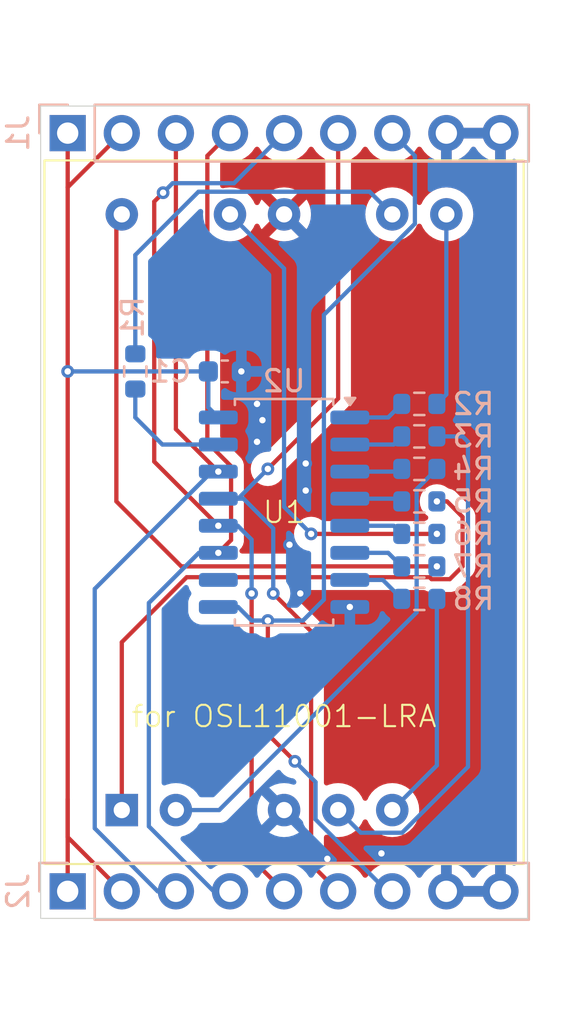
<source format=kicad_pcb>
(kicad_pcb (version 20240108) (generator "pcbnew") (generator_version "8.0")
  (layers (0 "F.Cu" signal) (31 "B.Cu" signal) (34 "B.Paste" user) (35 "F.Paste" user) (36 "B.SilkS" user "B.Silkscreen") (37 "F.SilkS" user "F.Silkscreen") (38 "B.Mask" user) (39 "F.Mask" user) (44 "Edge.Cuts" user))
  (net 0 "")
  (net 1 "GND")
  (net 2 "VCC")
  (net 3 "Net-(J1-Pin_5)")
  (net 4 "Net-(J1-Pin_6)")
  (net 5 "Net-(J1-Pin_7)")
  (net 6 "Net-(J1-Pin_3)")
  (net 7 "Net-(J1-Pin_4)")
  (net 8 "Net-(U2-QA)")
  (net 9 "Net-(U1-A)")
  (net 10 "Net-(U2-QB)")
  (net 11 "Net-(U1-B)")
  (net 12 "Net-(U1-C)")
  (net 13 "Net-(U2-QC)")
  (net 14 "Net-(U1-D)")
  (net 15 "Net-(U2-QD)")
  (net 16 "Net-(U2-QE)")
  (net 17 "Net-(U1-E)")
  (net 18 "Net-(U2-QF)")
  (net 19 "Net-(U1-F)")
  (net 20 "Net-(U2-QG)")
  (net 21 "Net-(U1-G)")
  (net 22 "Net-(U2-QH)")
  (net 23 "Net-(U1-DP)")
  (footprint "Footprints:OSL11001" (layer "F.Cu") (at 152.4 101.6)
    (property "Reference" "U1" (at 0 0 0) (layer "F.SilkS") (effects (font (thickness 0.1))))
    (property "Value" "~")
    (fp_rect (start -11.25 -16.5) (end 11.25 16.5) (stroke (width 0.1)) (fill none) (layer "F.SilkS"))
    (pad "1" thru_hole rect (at -7.62 13.97) (size 1.524 1.524) (drill 0.762) (layers "*.Cu" "*.Mask") (net 17 "Net-(U1-E)"))
    (pad "2" thru_hole circle (at -5.08 13.97) (size 1.524 1.524) (drill 0.762) (layers "*.Cu" "*.Mask") (net 14 "Net-(U1-D)"))
    (pad "4" thru_hole circle (at 0 13.97) (size 1.524 1.524) (drill 0.762) (layers "*.Cu" "*.Mask") (net 1 "GND"))
    (pad "5" thru_hole circle (at 2.54 13.97) (size 1.524 1.524) (drill 0.762) (layers "*.Cu" "*.Mask") (net 12 "Net-(U1-C)"))
    (pad "6" thru_hole circle (at 5.08 13.97) (size 1.524 1.524) (drill 0.762) (layers "*.Cu" "*.Mask") (net 23 "Net-(U1-DP)"))
    (pad "8" thru_hole circle (at 7.62 -13.97) (size 1.524 1.524) (drill 0.762) (layers "*.Cu" "*.Mask") (net 11 "Net-(U1-B)"))
    (pad "9" thru_hole circle (at 5.08 -13.97) (size 1.524 1.524) (drill 0.762) (layers "*.Cu" "*.Mask") (net 9 "Net-(U1-A)"))
    (pad "11" thru_hole circle (at 0 -13.97) (size 1.524 1.524) (drill 0.762) (layers "*.Cu" "*.Mask") (net 1 "GND"))
    (pad "12" thru_hole circle (at -2.54 -13.97) (size 1.524 1.524) (drill 0.762) (layers "*.Cu" "*.Mask") (net 19 "Net-(U1-F)"))
    (pad "14" thru_hole circle (at -7.62 -13.97) (size 1.524 1.524) (drill 0.762) (layers "*.Cu" "*.Mask") (net 21 "Net-(U1-G)"))
  )
  (footprint "Resistor_SMD:R_0603_1608Metric" (layer "B.Cu") (at 158.75 104.14)
    (property "Reference" "R7" (at 2.54 0 0) (layer "B.SilkS") (effects (justify mirror)))
    (property "Value" "R")
    (fp_line (start 0.237258 -0.5225) (end -0.237258 -0.5225) (stroke (width 0.12)) (layer "B.SilkS"))
    (fp_line (start 0.237258 0.5225) (end -0.237258 0.5225) (stroke (width 0.12)) (layer "B.SilkS"))
    (pad "1" smd roundrect (at -0.825 0) (size 0.8 0.95) (layers "B.Cu" "B.Paste" "B.Mask") (net 20 "Net-(U2-QG)"))
    (pad "2" smd roundrect (at 0.825 0) (size 0.8 0.95) (layers "B.Cu" "B.Paste" "B.Mask") (net 21 "Net-(U1-G)"))
  )
  (footprint "Connector_PinHeader_2.54mm:PinHeader_1x09_P2.54mm_Vertical" (layer "B.Cu") (at 142.24 119.38 -90)
    (property "Reference" "J2" (at 0 2.33 90) (layer "B.SilkS") (effects (justify mirror)))
    (property "Value" "Conn_01x09_Pin")
    (fp_line (start -1.33 1.33) (end -1.33 0) (stroke (width 0.12)) (layer "B.SilkS"))
    (fp_line (start 0 1.33) (end -1.33 1.33) (stroke (width 0.12)) (layer "B.SilkS"))
    (fp_line (start 1.33 -1.27) (end -1.33 -1.27) (stroke (width 0.12)) (layer "B.SilkS"))
    (fp_line (start -1.33 -21.65) (end -1.33 -1.27) (stroke (width 0.12)) (layer "B.SilkS"))
    (fp_line (start 1.33 -21.65) (end 1.33 -1.27) (stroke (width 0.12)) (layer "B.SilkS"))
    (fp_line (start 1.33 -21.65) (end -1.33 -21.65) (stroke (width 0.12)) (layer "B.SilkS"))
    (pad "1" thru_hole rect (at 0 0 270) (size 1.7 1.7) (drill 1) (layers "*.Cu" "*.Mask") (net 2 "VCC"))
    (pad "2" thru_hole oval (at 0 -2.54 270) (size 1.7 1.7) (drill 1) (layers "*.Cu" "*.Mask") (net 2 "VCC"))
    (pad "3" thru_hole oval (at 0 -5.08 270) (size 1.7 1.7) (drill 1) (layers "*.Cu" "*.Mask") (net 6 "Net-(J1-Pin_3)"))
    (pad "4" thru_hole oval (at 0 -7.62 270) (size 1.7 1.7) (drill 1) (layers "*.Cu" "*.Mask") (net 7 "Net-(J1-Pin_4)"))
    (pad "5" thru_hole oval (at 0 -10.16 270) (size 1.7 1.7) (drill 1) (layers "*.Cu" "*.Mask") (net 3 "Net-(J1-Pin_5)"))
    (pad "6" thru_hole oval (at 0 -12.7 270) (size 1.7 1.7) (drill 1) (layers "*.Cu" "*.Mask") (net 4 "Net-(J1-Pin_6)"))
    (pad "7" thru_hole oval (at 0 -15.24 270) (size 1.7 1.7) (drill 1) (layers "*.Cu" "*.Mask") (net 5 "Net-(J1-Pin_7)"))
    (pad "8" thru_hole oval (at 0 -17.78 270) (size 1.7 1.7) (drill 1) (layers "*.Cu" "*.Mask") (net 1 "GND"))
    (pad "9" thru_hole oval (at 0 -20.32 270) (size 1.7 1.7) (drill 1) (layers "*.Cu" "*.Mask") (net 1 "GND"))
  )
  (footprint "Resistor_SMD:R_0603_1608Metric" (layer "B.Cu") (at 145.415 94.996 90)
    (property "Reference" "R1" (at 2.54 -0.127 90) (layer "B.SilkS") (effects (justify mirror)))
    (property "Value" "R")
    (fp_line (start 0.237258 -0.5225) (end -0.237258 -0.5225) (stroke (width 0.12)) (layer "B.SilkS"))
    (fp_line (start 0.237258 0.5225) (end -0.237258 0.5225) (stroke (width 0.12)) (layer "B.SilkS"))
    (pad "1" smd roundrect (at -0.825 0 90) (size 0.8 0.95) (layers "B.Cu" "B.Paste" "B.Mask") (net 8 "Net-(U2-QA)"))
    (pad "2" smd roundrect (at 0.825 0 90) (size 0.8 0.95) (layers "B.Cu" "B.Paste" "B.Mask") (net 9 "Net-(U1-A)"))
  )
  (footprint "Resistor_SMD:R_0603_1608Metric" (layer "B.Cu") (at 158.75 99.568)
    (property "Reference" "R4" (at 2.54 0 0) (layer "B.SilkS") (effects (justify mirror)))
    (property "Value" "R")
    (fp_line (start 0.237258 -0.5225) (end -0.237258 -0.5225) (stroke (width 0.12)) (layer "B.SilkS"))
    (fp_line (start 0.237258 0.5225) (end -0.237258 0.5225) (stroke (width 0.12)) (layer "B.SilkS"))
    (pad "1" smd roundrect (at -0.825 0) (size 0.8 0.95) (layers "B.Cu" "B.Paste" "B.Mask") (net 15 "Net-(U2-QD)"))
    (pad "2" smd roundrect (at 0.825 0) (size 0.8 0.95) (layers "B.Cu" "B.Paste" "B.Mask") (net 14 "Net-(U1-D)"))
  )
  (footprint "Package_SO:SOP-16_4.4x10.4mm_P1.27mm" (layer "B.Cu") (at 152.4 101.6 180)
    (property "Reference" "U2" (at 0 6.15 0) (layer "B.SilkS") (effects (justify mirror)))
    (property "Value" "74HC595")
    (fp_line (start 2.31 5.31) (end 0 5.31) (stroke (width 0.12)) (layer "B.SilkS"))
    (fp_line (start 2.31 5.03) (end 2.31 5.31) (stroke (width 0.12)) (layer "B.SilkS"))
    (fp_line (start 2.31 -5.03) (end 2.31 -5.31) (stroke (width 0.12)) (layer "B.SilkS"))
    (fp_line (start 2.31 -5.31) (end 0 -5.31) (stroke (width 0.12)) (layer "B.SilkS"))
    (fp_line (start -2.31 5.31) (end 0 5.31) (stroke (width 0.12)) (layer "B.SilkS"))
    (fp_line (start -2.31 5.03) (end -2.31 5.31) (stroke (width 0.12)) (layer "B.SilkS"))
    (fp_line (start -2.31 -5.03) (end -2.31 -5.31) (stroke (width 0.12)) (layer "B.SilkS"))
    (fp_line (start -2.31 -5.31) (end 0 -5.31) (stroke (width 0.12)) (layer "B.SilkS"))
    (fp_poly (pts (xy -3.1 5.03) (xy -3.34 5.36) (xy -2.86 5.36) (xy -3.1 5.03)) (stroke (width 0.12)) (fill solid) (layer "B.SilkS"))
    (pad "1" smd roundrect (at -3.0875 4.445 180) (size 1.825 0.65) (layers "B.Cu" "B.Paste" "B.Mask") (net 10 "Net-(U2-QB)"))
    (pad "2" smd roundrect (at -3.0875 3.175 180) (size 1.825 0.65) (layers "B.Cu" "B.Paste" "B.Mask") (net 13 "Net-(U2-QC)"))
    (pad "3" smd roundrect (at -3.0875 1.905 180) (size 1.825 0.65) (layers "B.Cu" "B.Paste" "B.Mask") (net 15 "Net-(U2-QD)"))
    (pad "4" smd roundrect (at -3.0875 0.635 180) (size 1.825 0.65) (layers "B.Cu" "B.Paste" "B.Mask") (net 16 "Net-(U2-QE)"))
    (pad "5" smd roundrect (at -3.0875 -0.635 180) (size 1.825 0.65) (layers "B.Cu" "B.Paste" "B.Mask") (net 18 "Net-(U2-QF)"))
    (pad "6" smd roundrect (at -3.0875 -1.905 180) (size 1.825 0.65) (layers "B.Cu" "B.Paste" "B.Mask") (net 20 "Net-(U2-QG)"))
    (pad "7" smd roundrect (at -3.0875 -3.175 180) (size 1.825 0.65) (layers "B.Cu" "B.Paste" "B.Mask") (net 22 "Net-(U2-QH)"))
    (pad "8" smd roundrect (at -3.0875 -4.445 180) (size 1.825 0.65) (layers "B.Cu" "B.Paste" "B.Mask") (net 1 "GND"))
    (pad "9" smd roundrect (at 3.0875 -4.445 180) (size 1.825 0.65) (layers "B.Cu" "B.Paste" "B.Mask") (net 5 "Net-(J1-Pin_7)"))
    (pad "10" smd roundrect (at 3.0875 -3.175 180) (size 1.825 0.65) (layers "B.Cu" "B.Paste" "B.Mask"))
    (pad "11" smd roundrect (at 3.0875 -1.905 180) (size 1.825 0.65) (layers "B.Cu" "B.Paste" "B.Mask") (net 7 "Net-(J1-Pin_4)"))
    (pad "12" smd roundrect (at 3.0875 -0.635 180) (size 1.825 0.65) (layers "B.Cu" "B.Paste" "B.Mask") (net 3 "Net-(J1-Pin_5)"))
    (pad "13" smd roundrect (at 3.0875 0.635 180) (size 1.825 0.65) (layers "B.Cu" "B.Paste" "B.Mask") (net 4 "Net-(J1-Pin_6)"))
    (pad "14" smd roundrect (at 3.0875 1.905 180) (size 1.825 0.65) (layers "B.Cu" "B.Paste" "B.Mask") (net 6 "Net-(J1-Pin_3)"))
    (pad "15" smd roundrect (at 3.0875 3.175 180) (size 1.825 0.65) (layers "B.Cu" "B.Paste" "B.Mask") (net 8 "Net-(U2-QA)"))
    (pad "16" smd roundrect (at 3.0875 4.445 180) (size 1.825 0.65) (layers "B.Cu" "B.Paste" "B.Mask") (net 2 "VCC"))
  )
  (footprint "Resistor_SMD:R_0603_1608Metric" (layer "B.Cu") (at 158.75 98.044)
    (property "Reference" "R3" (at 2.54 0 0) (layer "B.SilkS") (effects (justify mirror)))
    (property "Value" "R")
    (fp_line (start 0.237258 -0.5225) (end -0.237258 -0.5225) (stroke (width 0.12)) (layer "B.SilkS"))
    (fp_line (start 0.237258 0.5225) (end -0.237258 0.5225) (stroke (width 0.12)) (layer "B.SilkS"))
    (pad "1" smd roundrect (at -0.825 0) (size 0.8 0.95) (layers "B.Cu" "B.Paste" "B.Mask") (net 13 "Net-(U2-QC)"))
    (pad "2" smd roundrect (at 0.825 0) (size 0.8 0.95) (layers "B.Cu" "B.Paste" "B.Mask") (net 12 "Net-(U1-C)"))
  )
  (footprint "Resistor_SMD:R_0603_1608Metric" (layer "B.Cu") (at 158.75 102.616)
    (property "Reference" "R6" (at 2.54 0 0) (layer "B.SilkS") (effects (justify mirror)))
    (property "Value" "R")
    (fp_line (start 0.237258 -0.5225) (end -0.237258 -0.5225) (stroke (width 0.12)) (layer "B.SilkS"))
    (fp_line (start 0.237258 0.5225) (end -0.237258 0.5225) (stroke (width 0.12)) (layer "B.SilkS"))
    (pad "1" smd roundrect (at -0.825 0) (size 0.8 0.95) (layers "B.Cu" "B.Paste" "B.Mask") (net 18 "Net-(U2-QF)"))
    (pad "2" smd roundrect (at 0.825 0) (size 0.8 0.95) (layers "B.Cu" "B.Paste" "B.Mask") (net 19 "Net-(U1-F)"))
  )
  (footprint "Connector_PinHeader_2.54mm:PinHeader_1x09_P2.54mm_Vertical" (layer "B.Cu") (at 142.24 83.82 -90)
    (property "Reference" "J1" (at 0 2.33 90) (layer "B.SilkS") (effects (justify mirror)))
    (property "Value" "Conn_01x09_Pin")
    (fp_line (start -1.33 1.33) (end -1.33 0) (stroke (width 0.12)) (layer "B.SilkS"))
    (fp_line (start 0 1.33) (end -1.33 1.33) (stroke (width 0.12)) (layer "B.SilkS"))
    (fp_line (start 1.33 -1.27) (end -1.33 -1.27) (stroke (width 0.12)) (layer "B.SilkS"))
    (fp_line (start -1.33 -21.65) (end -1.33 -1.27) (stroke (width 0.12)) (layer "B.SilkS"))
    (fp_line (start 1.33 -21.65) (end 1.33 -1.27) (stroke (width 0.12)) (layer "B.SilkS"))
    (fp_line (start 1.33 -21.65) (end -1.33 -21.65) (stroke (width 0.12)) (layer "B.SilkS"))
    (pad "1" thru_hole rect (at 0 0 270) (size 1.7 1.7) (drill 1) (layers "*.Cu" "*.Mask") (net 2 "VCC"))
    (pad "2" thru_hole oval (at 0 -2.54 270) (size 1.7 1.7) (drill 1) (layers "*.Cu" "*.Mask") (net 2 "VCC"))
    (pad "3" thru_hole oval (at 0 -5.08 270) (size 1.7 1.7) (drill 1) (layers "*.Cu" "*.Mask") (net 6 "Net-(J1-Pin_3)"))
    (pad "4" thru_hole oval (at 0 -7.62 270) (size 1.7 1.7) (drill 1) (layers "*.Cu" "*.Mask") (net 7 "Net-(J1-Pin_4)"))
    (pad "5" thru_hole oval (at 0 -10.16 270) (size 1.7 1.7) (drill 1) (layers "*.Cu" "*.Mask") (net 3 "Net-(J1-Pin_5)"))
    (pad "6" thru_hole oval (at 0 -12.7 270) (size 1.7 1.7) (drill 1) (layers "*.Cu" "*.Mask") (net 4 "Net-(J1-Pin_6)"))
    (pad "7" thru_hole oval (at 0 -15.24 270) (size 1.7 1.7) (drill 1) (layers "*.Cu" "*.Mask") (net 5 "Net-(J1-Pin_7)"))
    (pad "8" thru_hole oval (at 0 -17.78 270) (size 1.7 1.7) (drill 1) (layers "*.Cu" "*.Mask") (net 1 "GND"))
    (pad "9" thru_hole oval (at 0 -20.32 270) (size 1.7 1.7) (drill 1) (layers "*.Cu" "*.Mask") (net 1 "GND"))
  )
  (footprint "Resistor_SMD:R_0603_1608Metric" (layer "B.Cu") (at 158.75 96.52)
    (property "Reference" "R2" (at 2.54 0 0) (layer "B.SilkS") (effects (justify mirror)))
    (property "Value" "R")
    (fp_line (start 0.237258 -0.5225) (end -0.237258 -0.5225) (stroke (width 0.12)) (layer "B.SilkS"))
    (fp_line (start 0.237258 0.5225) (end -0.237258 0.5225) (stroke (width 0.12)) (layer "B.SilkS"))
    (pad "1" smd roundrect (at -0.825 0) (size 0.8 0.95) (layers "B.Cu" "B.Paste" "B.Mask") (net 10 "Net-(U2-QB)"))
    (pad "2" smd roundrect (at 0.825 0) (size 0.8 0.95) (layers "B.Cu" "B.Paste" "B.Mask") (net 11 "Net-(U1-B)"))
  )
  (footprint "Resistor_SMD:R_0603_1608Metric" (layer "B.Cu") (at 158.75 101.092)
    (property "Reference" "R5" (at 2.54 0 0) (layer "B.SilkS") (effects (justify mirror)))
    (property "Value" "R")
    (fp_line (start 0.237258 -0.5225) (end -0.237258 -0.5225) (stroke (width 0.12)) (layer "B.SilkS"))
    (fp_line (start 0.237258 0.5225) (end -0.237258 0.5225) (stroke (width 0.12)) (layer "B.SilkS"))
    (pad "1" smd roundrect (at -0.825 0) (size 0.8 0.95) (layers "B.Cu" "B.Paste" "B.Mask") (net 16 "Net-(U2-QE)"))
    (pad "2" smd roundrect (at 0.825 0) (size 0.8 0.95) (layers "B.Cu" "B.Paste" "B.Mask") (net 17 "Net-(U1-E)"))
  )
  (footprint "Resistor_SMD:R_0603_1608Metric" (layer "B.Cu") (at 158.75 105.664)
    (property "Reference" "R8" (at 2.54 0 0) (layer "B.SilkS") (effects (justify mirror)))
    (property "Value" "R")
    (fp_line (start 0.237258 -0.5225) (end -0.237258 -0.5225) (stroke (width 0.12)) (layer "B.SilkS"))
    (fp_line (start 0.237258 0.5225) (end -0.237258 0.5225) (stroke (width 0.12)) (layer "B.SilkS"))
    (pad "1" smd roundrect (at -0.825 0) (size 0.8 0.95) (layers "B.Cu" "B.Paste" "B.Mask") (net 22 "Net-(U2-QH)"))
    (pad "2" smd roundrect (at 0.825 0) (size 0.8 0.95) (layers "B.Cu" "B.Paste" "B.Mask") (net 23 "Net-(U1-DP)"))
  )
  (footprint "Capacitor_SMD:C_0603_1608Metric" (layer "B.Cu") (at 149.619 94.996)
    (property "Reference" "C1" (at -2.553 0 0) (layer "B.SilkS") (effects (justify mirror)))
    (property "Value" "C")
    (fp_line (start 0.14058 -0.51) (end -0.14058 -0.51) (stroke (width 0.12)) (layer "B.SilkS"))
    (fp_line (start 0.14058 0.51) (end -0.14058 0.51) (stroke (width 0.12)) (layer "B.SilkS"))
    (pad "1" smd roundrect (at -0.775 0) (size 0.9 0.95) (layers "B.Cu" "B.Paste" "B.Mask") (net 2 "VCC"))
    (pad "2" smd roundrect (at 0.775 0) (size 0.9 0.95) (layers "B.Cu" "B.Paste" "B.Mask") (net 1 "GND"))
  )
  (gr_rect (start 140.97 82.55) (end 163.83 120.65) (stroke (width 0.05)) (fill none) (layer "Edge.Cuts"))
  (gr_text "for OSL11001-LRA" (at 152.4 111.76 0) (layer "F.SilkS") (effects (font (size 1 1) (thickness 0.1)) (justify bottom)))
  (via (at 153.162 105.41) (size 0.6) (drill 0.3) (layers "F.Cu" "B.Cu") (net 1))
  (via (at 154.432 117.856) (size 0.6) (drill 0.3) (layers "F.Cu" "B.Cu") (net 1))
  (via (at 150.394 94.996) (size 0.6) (drill 0.3) (layers "F.Cu" "B.Cu") (net 1))
  (via (at 151.13 96.52) (size 0.6) (drill 0.3) (layers "F.Cu" "B.Cu") (net 1))
  (via (at 153.416 99.314) (size 0.6) (drill 0.3) (layers "F.Cu" "B.Cu") (net 1))
  (via (at 151.13 98.298) (size 0.6) (drill 0.3) (layers "F.Cu" "B.Cu") (net 1))
  (via (at 156.972 117.602) (size 0.6) (drill 0.3) (layers "F.Cu" "B.Cu") (net 1))
  (via (at 153.416 100.584) (size 0.6) (drill 0.3) (layers "F.Cu" "B.Cu") (net 1))
  (via (at 151.384 97.282) (size 0.6) (drill 0.3) (layers "F.Cu" "B.Cu") (net 1))
  (via (at 155.4875 106.045) (size 0.6) (drill 0.3) (layers "F.Cu" "B.Cu") (net 1))
  (via (at 152.654 103.124) (size 0.6) (drill 0.3) (layers "F.Cu" "B.Cu") (net 1))
  (segment (start 142.24 86.36) (end 142.24 115.062) (width 0.2) (layer "F.Cu") (net 2))
  (segment (start 142.24 116.84) (end 142.24 115.062) (width 0.2) (layer "F.Cu") (net 2))
  (segment (start 144.78 119.38) (end 142.24 116.84) (width 0.2) (layer "F.Cu") (net 2))
  (segment (start 144.78 83.82) (end 142.24 86.36) (width 0.2) (layer "F.Cu") (net 2))
  (segment (start 142.24 83.82) (end 142.24 86.36) (width 0.2) (layer "F.Cu") (net 2))
  (segment (start 142.24 115.062) (end 142.24 119.38) (width 0.2) (layer "F.Cu") (net 2))
  (via (at 142.24 94.996) (size 0.6) (drill 0.3) (layers "F.Cu" "B.Cu") (net 2))
  (segment (start 148.844 94.996) (end 142.24 94.996) (width 0.2) (layer "B.Cu") (net 2))
  (segment (start 148.844 96.6865) (end 148.844 94.996) (width 0.2) (layer "B.Cu") (net 2))
  (segment (start 149.3125 97.155) (end 148.844 96.6865) (width 0.2) (layer "B.Cu") (net 2))
  (segment (start 146.72 86.614) (end 146.304 87.03) (width 0.2) (layer "F.Cu") (net 3))
  (segment (start 150.876 117.856) (end 152.4 119.38) (width 0.2) (layer "F.Cu") (net 3))
  (segment (start 150.876 105.41) (end 150.876 117.856) (width 0.2) (layer "F.Cu") (net 3))
  (segment (start 146.304 87.03) (end 146.304 99.2265) (width 0.2) (layer "F.Cu") (net 3))
  (segment (start 146.304 99.2265) (end 149.3125 102.235) (width 0.2) (layer "F.Cu") (net 3))
  (via (at 150.876 105.41) (size 0.6) (drill 0.3) (layers "F.Cu" "B.Cu") (net 3))
  (via (at 149.3125 102.235) (size 0.6) (drill 0.3) (layers "F.Cu" "B.Cu") (net 3))
  (via (at 146.72 86.614) (size 0.6) (drill 0.3) (layers "F.Cu" "B.Cu") (net 3))
  (segment (start 149.3125 102.235) (end 150.224999 102.235) (width 0.2) (layer "B.Cu") (net 3))
  (segment (start 150.224999 102.235) (end 150.876 102.886001) (width 0.2) (layer "B.Cu") (net 3))
  (segment (start 150.876 102.886001) (end 150.876 105.41) (width 0.2) (layer "B.Cu") (net 3))
  (segment (start 146.72 86.614) (end 147.166 86.168) (width 0.2) (layer "B.Cu") (net 3))
  (segment (start 147.166 86.168) (end 150.052 86.168) (width 0.2) (layer "B.Cu") (net 3))
  (segment (start 150.052 86.168) (end 152.4 83.82) (width 0.2) (layer "B.Cu") (net 3))
  (segment (start 153.67 107.188) (end 151.892 105.41) (width 0.2) (layer "F.Cu") (net 4))
  (segment (start 154.94 96.266) (end 154.94 83.82) (width 0.2) (layer "F.Cu") (net 4))
  (segment (start 151.638 99.568) (end 154.94 96.266) (width 0.2) (layer "F.Cu") (net 4))
  (segment (start 153.67 118.11) (end 153.67 107.188) (width 0.2) (layer "F.Cu") (net 4))
  (segment (start 154.94 119.38) (end 153.67 118.11) (width 0.2) (layer "F.Cu") (net 4))
  (via (at 151.892 105.41) (size 0.6) (drill 0.3) (layers "F.Cu" "B.Cu") (net 4))
  (via (at 151.638 99.568) (size 0.6) (drill 0.3) (layers "F.Cu" "B.Cu") (net 4))
  (segment (start 150.241 100.965) (end 149.3125 100.965) (width 0.2) (layer "B.Cu") (net 4))
  (segment (start 149.3125 100.965) (end 150.495 100.965) (width 0.2) (layer "B.Cu") (net 4))
  (segment (start 151.892 102.362) (end 151.892 105.41) (width 0.2) (layer "B.Cu") (net 4))
  (segment (start 151.638 99.568) (end 150.241 100.965) (width 0.2) (layer "B.Cu") (net 4))
  (segment (start 150.495 100.965) (end 151.892 102.362) (width 0.2) (layer "B.Cu") (net 4))
  (segment (start 151.638 112.014) (end 152.908 113.284) (width 0.2) (layer "F.Cu") (net 5))
  (segment (start 151.638 106.68) (end 151.638 112.014) (width 0.2) (layer "F.Cu") (net 5))
  (via (at 151.638 106.68) (size 0.6) (drill 0.3) (layers "F.Cu" "B.Cu") (net 5))
  (via (at 152.908 113.284) (size 0.6) (drill 0.3) (layers "F.Cu" "B.Cu") (net 5))
  (segment (start 153.878 116.009895) (end 153.878 114.254) (width 0.2) (layer "B.Cu") (net 5))
  (segment (start 153.289 106.68) (end 154.27 105.699) (width 0.2) (layer "B.Cu") (net 5))
  (segment (start 151.638 106.68) (end 150.876 106.68) (width 0.2) (layer "B.Cu") (net 5))
  (segment (start 157.248105 119.38) (end 153.878 116.009895) (width 0.2) (layer "B.Cu") (net 5))
  (segment (start 154.27 92.341895) (end 158.542 88.069895) (width 0.2) (layer "B.Cu") (net 5))
  (segment (start 158.542 84.882) (end 157.48 83.82) (width 0.2) (layer "B.Cu") (net 5))
  (segment (start 150.876 106.68) (end 150.241 106.045) (width 0.2) (layer "B.Cu") (net 5))
  (segment (start 151.638 106.68) (end 153.289 106.68) (width 0.2) (layer "B.Cu") (net 5))
  (segment (start 153.878 114.254) (end 152.908 113.284) (width 0.2) (layer "B.Cu") (net 5))
  (segment (start 157.48 119.38) (end 157.248105 119.38) (width 0.2) (layer "B.Cu") (net 5))
  (segment (start 154.27 105.699) (end 154.27 92.341895) (width 0.2) (layer "B.Cu") (net 5))
  (segment (start 158.542 88.069895) (end 158.542 84.882) (width 0.2) (layer "B.Cu") (net 5))
  (segment (start 150.241 106.045) (end 149.3125 106.045) (width 0.2) (layer "B.Cu") (net 5))
  (segment (start 149.3125 99.695) (end 147.32 97.7025) (width 0.2) (layer "F.Cu") (net 6))
  (segment (start 147.32 97.7025) (end 147.32 83.82) (width 0.2) (layer "F.Cu") (net 6))
  (via (at 149.3125 99.695) (size 0.6) (drill 0.3) (layers "F.Cu" "B.Cu") (net 6))
  (segment (start 143.51 116.424) (end 146.466 119.38) (width 0.2) (layer "B.Cu") (net 6))
  (segment (start 146.466 119.38) (end 147.32 119.38) (width 0.2) (layer "B.Cu") (net 6))
  (segment (start 143.51 105.196424) (end 143.51 116.424) (width 0.2) (layer "B.Cu") (net 6))
  (segment (start 149.011424 99.695) (end 143.51 105.196424) (width 0.2) (layer "B.Cu") (net 6))
  (segment (start 149.3125 99.695) (end 149.011424 99.695) (width 0.2) (layer "B.Cu") (net 6))
  (segment (start 148.798 98.331971) (end 149.9125 99.446471) (width 0.2) (layer "F.Cu") (net 7))
  (segment (start 149.9125 99.446471) (end 149.9125 102.905) (width 0.2) (layer "F.Cu") (net 7))
  (segment (start 148.798 84.882) (end 148.798 98.331971) (width 0.2) (layer "F.Cu") (net 7))
  (segment (start 149.86 83.82) (end 148.798 84.882) (width 0.2) (layer "F.Cu") (net 7))
  (segment (start 149.9125 102.905) (end 149.3125 103.505) (width 0.2) (layer "F.Cu") (net 7))
  (via (at 149.3125 103.505) (size 0.6) (drill 0.3) (layers "F.Cu" "B.Cu") (net 7))
  (segment (start 146.05 116.332) (end 149.098 119.38) (width 0.2) (layer "B.Cu") (net 7))
  (segment (start 149.3125 103.505) (end 148.400001 103.505) (width 0.2) (layer "B.Cu") (net 7))
  (segment (start 148.400001 103.505) (end 146.05 105.855001) (width 0.2) (layer "B.Cu") (net 7))
  (segment (start 149.098 119.38) (end 149.86 119.38) (width 0.2) (layer "B.Cu") (net 7))
  (segment (start 146.05 105.855001) (end 146.05 116.332) (width 0.2) (layer "B.Cu") (net 7))
  (segment (start 145.415 95.821) (end 145.415 97.155) (width 0.2) (layer "B.Cu") (net 8))
  (segment (start 146.685 98.425) (end 149.3125 98.425) (width 0.2) (layer "B.Cu") (net 8))
  (segment (start 145.415 97.155) (end 146.685 98.425) (width 0.2) (layer "B.Cu") (net 8))
  (segment (start 148.382 86.568) (end 145.669 89.281) (width 0.2) (layer "B.Cu") (net 9))
  (segment (start 156.418 86.568) (end 148.382 86.568) (width 0.2) (layer "B.Cu") (net 9))
  (segment (start 145.415 94.171) (end 145.415 89.535) (width 0.2) (layer "B.Cu") (net 9))
  (segment (start 157.48 87.63) (end 156.418 86.568) (width 0.2) (layer "B.Cu") (net 9))
  (segment (start 145.415 89.535) (end 145.669 89.281) (width 0.2) (layer "B.Cu") (net 9))
  (segment (start 157.29 97.155) (end 157.925 96.52) (width 0.2) (layer "B.Cu") (net 10))
  (segment (start 155.4875 97.155) (end 157.29 97.155) (width 0.2) (layer "B.Cu") (net 10))
  (segment (start 160.02 87.63) (end 160.02 96.075) (width 0.2) (layer "B.Cu") (net 11))
  (segment (start 160.02 96.075) (end 159.575 96.52) (width 0.2) (layer "B.Cu") (net 11))
  (segment (start 160.782 98.044) (end 159.575 98.044) (width 0.2) (layer "B.Cu") (net 12))
  (segment (start 154.94 115.57) (end 156.002 116.632) (width 0.2) (layer "B.Cu") (net 12))
  (segment (start 161.036 113.538) (end 161.036 98.298) (width 0.2) (layer "B.Cu") (net 12))
  (segment (start 156.002 116.632) (end 157.942 116.632) (width 0.2) (layer "B.Cu") (net 12))
  (segment (start 161.036 98.298) (end 160.782 98.044) (width 0.2) (layer "B.Cu") (net 12))
  (segment (start 157.942 116.632) (end 161.036 113.538) (width 0.2) (layer "B.Cu") (net 12))
  (segment (start 157.544 98.425) (end 157.925 98.044) (width 0.2) (layer "B.Cu") (net 13))
  (segment (start 155.4875 98.425) (end 157.544 98.425) (width 0.2) (layer "B.Cu") (net 13))
  (segment (start 159.575 99.568) (end 158.625 100.518) (width 0.2) (layer "B.Cu") (net 14))
  (segment (start 158.625 100.518) (end 158.625 106.297) (width 0.2) (layer "B.Cu") (net 14))
  (segment (start 149.352 115.57) (end 147.32 115.57) (width 0.2) (layer "B.Cu") (net 14))
  (segment (start 158.625 106.297) (end 149.352 115.57) (width 0.2) (layer "B.Cu") (net 14))
  (segment (start 155.4875 99.695) (end 157.798 99.695) (width 0.2) (layer "B.Cu") (net 15))
  (segment (start 157.798 99.695) (end 157.925 99.568) (width 0.2) (layer "B.Cu") (net 15))
  (segment (start 155.4875 100.965) (end 157.798 100.965) (width 0.2) (layer "B.Cu") (net 16))
  (segment (start 157.798 100.965) (end 157.925 101.092) (width 0.2) (layer "B.Cu") (net 16))
  (segment (start 147.828 104.648) (end 159.234471 104.648) (width 0.2) (layer "F.Cu") (net 17))
  (segment (start 144.78 107.696) (end 147.828 104.648) (width 0.2) (layer "F.Cu") (net 17))
  (segment (start 144.78 115.57) (end 144.78 107.696) (width 0.2) (layer "F.Cu") (net 17))
  (segment (start 160.182 104.74) (end 160.782 104.14) (width 0.2) (layer "F.Cu") (net 17))
  (segment (start 160.782 104.14) (end 160.782 101.8225) (width 0.2) (layer "F.Cu") (net 17))
  (segment (start 159.326471 104.74) (end 160.182 104.74) (width 0.2) (layer "F.Cu") (net 17))
  (segment (start 160.0515 101.092) (end 159.575 101.092) (width 0.2) (layer "F.Cu") (net 17))
  (segment (start 159.234471 104.648) (end 159.326471 104.74) (width 0.2) (layer "F.Cu") (net 17))
  (segment (start 160.782 101.8225) (end 160.0515 101.092) (width 0.2) (layer "F.Cu") (net 17))
  (via (at 159.575 101.092) (size 0.6) (drill 0.3) (layers "F.Cu" "B.Cu") (net 17))
  (segment (start 155.4875 102.235) (end 157.544 102.235) (width 0.2) (layer "B.Cu") (net 18))
  (segment (start 157.544 102.235) (end 157.925 102.616) (width 0.2) (layer "B.Cu") (net 18))
  (segment (start 153.67 102.616) (end 159.575 102.616) (width 0.2) (layer "F.Cu") (net 19))
  (via (at 159.575 102.616) (size 0.6) (drill 0.3) (layers "F.Cu" "B.Cu") (net 19))
  (via (at 153.67 102.616) (size 0.6) (drill 0.3) (layers "F.Cu" "B.Cu") (net 19))
  (segment (start 149.86 87.63) (end 152.4 90.17) (width 0.2) (layer "B.Cu") (net 19))
  (segment (start 152.4 101.346) (end 153.67 102.616) (width 0.2) (layer "B.Cu") (net 19))
  (segment (start 152.4 90.17) (end 152.4 101.346) (width 0.2) (layer "B.Cu") (net 19))
  (segment (start 157.29 103.505) (end 157.925 104.14) (width 0.2) (layer "B.Cu") (net 20))
  (segment (start 155.4875 103.505) (end 157.29 103.505) (width 0.2) (layer "B.Cu") (net 20))
  (segment (start 144.78 87.63) (end 144.526 87.884) (width 0.2) (layer "F.Cu") (net 21))
  (segment (start 144.526 101.092) (end 147.574 104.14) (width 0.2) (layer "F.Cu") (net 21))
  (segment (start 144.526 87.884) (end 144.526 101.092) (width 0.2) (layer "F.Cu") (net 21))
  (segment (start 147.574 104.14) (end 159.575 104.14) (width 0.2) (layer "F.Cu") (net 21))
  (via (at 159.575 104.14) (size 0.6) (drill 0.3) (layers "F.Cu" "B.Cu") (net 21))
  (segment (start 155.4875 104.775) (end 157.036 104.775) (width 0.2) (layer "B.Cu") (net 22))
  (segment (start 157.036 104.775) (end 157.925 105.664) (width 0.2) (layer "B.Cu") (net 22))
  (segment (start 159.575 105.664) (end 159.575 113.475) (width 0.2) (layer "B.Cu") (net 23))
  (segment (start 159.575 113.475) (end 157.48 115.57) (width 0.2) (layer "B.Cu") (net 23))
  (zone (net 1) (net_name "GND") (layers "F&B.Cu") (connect_pads (clearance 0.5)) (min_thickness 0.25) (fill yes (thermal_gap 0.5) (thermal_bridge_width 0.5))
    (polygon (pts (xy 163.83 120.65) (xy 163.83 82.55) (xy 140.97 82.55) (xy 141.224 120.65)))
  )
)
</source>
